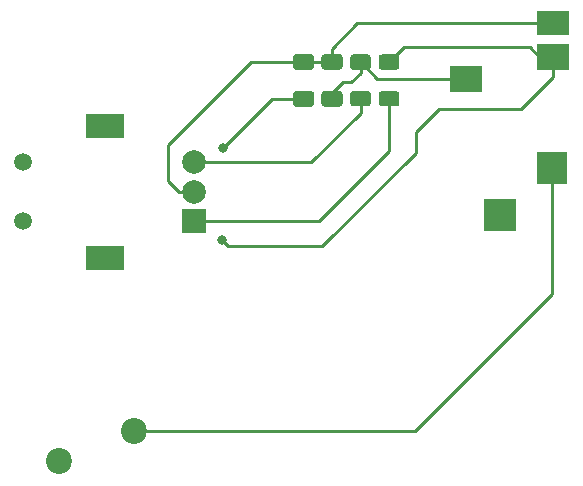
<source format=gbl>
G04 #@! TF.GenerationSoftware,KiCad,Pcbnew,(5.1.7)-1*
G04 #@! TF.CreationDate,2021-04-25T15:55:36-07:00*
G04 #@! TF.ProjectId,daughter_board,64617567-6874-4657-925f-626f6172642e,rev?*
G04 #@! TF.SameCoordinates,Original*
G04 #@! TF.FileFunction,Copper,L2,Bot*
G04 #@! TF.FilePolarity,Positive*
%FSLAX46Y46*%
G04 Gerber Fmt 4.6, Leading zero omitted, Abs format (unit mm)*
G04 Created by KiCad (PCBNEW (5.1.7)-1) date 2021-04-25 15:55:36*
%MOMM*%
%LPD*%
G01*
G04 APERTURE LIST*
G04 #@! TA.AperFunction,ComponentPad*
%ADD10C,2.200000*%
G04 #@! TD*
G04 #@! TA.AperFunction,ComponentPad*
%ADD11C,1.500000*%
G04 #@! TD*
G04 #@! TA.AperFunction,ComponentPad*
%ADD12R,3.200000X2.000000*%
G04 #@! TD*
G04 #@! TA.AperFunction,ComponentPad*
%ADD13C,2.000000*%
G04 #@! TD*
G04 #@! TA.AperFunction,ComponentPad*
%ADD14R,2.000000X2.000000*%
G04 #@! TD*
G04 #@! TA.AperFunction,SMDPad,CuDef*
%ADD15R,2.800000X2.000000*%
G04 #@! TD*
G04 #@! TA.AperFunction,SMDPad,CuDef*
%ADD16R,2.600000X2.800000*%
G04 #@! TD*
G04 #@! TA.AperFunction,SMDPad,CuDef*
%ADD17R,2.800000X2.200000*%
G04 #@! TD*
G04 #@! TA.AperFunction,SMDPad,CuDef*
%ADD18R,2.800000X2.800000*%
G04 #@! TD*
G04 #@! TA.AperFunction,ViaPad*
%ADD19C,0.800000*%
G04 #@! TD*
G04 #@! TA.AperFunction,Conductor*
%ADD20C,0.250000*%
G04 #@! TD*
G04 APERTURE END LIST*
G04 #@! TA.AperFunction,SMDPad,CuDef*
G36*
G01*
X161051003Y-75377000D02*
X159750997Y-75377000D01*
G75*
G02*
X159501000Y-75127003I0J249997D01*
G01*
X159501000Y-74301997D01*
G75*
G02*
X159750997Y-74052000I249997J0D01*
G01*
X161051003Y-74052000D01*
G75*
G02*
X161301000Y-74301997I0J-249997D01*
G01*
X161301000Y-75127003D01*
G75*
G02*
X161051003Y-75377000I-249997J0D01*
G01*
G37*
G04 #@! TD.AperFunction*
G04 #@! TA.AperFunction,SMDPad,CuDef*
G36*
G01*
X161051003Y-72252000D02*
X159750997Y-72252000D01*
G75*
G02*
X159501000Y-72002003I0J249997D01*
G01*
X159501000Y-71176997D01*
G75*
G02*
X159750997Y-70927000I249997J0D01*
G01*
X161051003Y-70927000D01*
G75*
G02*
X161301000Y-71176997I0J-249997D01*
G01*
X161301000Y-72002003D01*
G75*
G02*
X161051003Y-72252000I-249997J0D01*
G01*
G37*
G04 #@! TD.AperFunction*
G04 #@! TA.AperFunction,SMDPad,CuDef*
G36*
G01*
X163464003Y-72252000D02*
X162163997Y-72252000D01*
G75*
G02*
X161914000Y-72002003I0J249997D01*
G01*
X161914000Y-71176997D01*
G75*
G02*
X162163997Y-70927000I249997J0D01*
G01*
X163464003Y-70927000D01*
G75*
G02*
X163714000Y-71176997I0J-249997D01*
G01*
X163714000Y-72002003D01*
G75*
G02*
X163464003Y-72252000I-249997J0D01*
G01*
G37*
G04 #@! TD.AperFunction*
G04 #@! TA.AperFunction,SMDPad,CuDef*
G36*
G01*
X163464003Y-75377000D02*
X162163997Y-75377000D01*
G75*
G02*
X161914000Y-75127003I0J249997D01*
G01*
X161914000Y-74301997D01*
G75*
G02*
X162163997Y-74052000I249997J0D01*
G01*
X163464003Y-74052000D01*
G75*
G02*
X163714000Y-74301997I0J-249997D01*
G01*
X163714000Y-75127003D01*
G75*
G02*
X163464003Y-75377000I-249997J0D01*
G01*
G37*
G04 #@! TD.AperFunction*
G04 #@! TA.AperFunction,SMDPad,CuDef*
G36*
G01*
X168265001Y-75352000D02*
X167014999Y-75352000D01*
G75*
G02*
X166765000Y-75102001I0J249999D01*
G01*
X166765000Y-74301999D01*
G75*
G02*
X167014999Y-74052000I249999J0D01*
G01*
X168265001Y-74052000D01*
G75*
G02*
X168515000Y-74301999I0J-249999D01*
G01*
X168515000Y-75102001D01*
G75*
G02*
X168265001Y-75352000I-249999J0D01*
G01*
G37*
G04 #@! TD.AperFunction*
G04 #@! TA.AperFunction,SMDPad,CuDef*
G36*
G01*
X168265001Y-72252000D02*
X167014999Y-72252000D01*
G75*
G02*
X166765000Y-72002001I0J249999D01*
G01*
X166765000Y-71201999D01*
G75*
G02*
X167014999Y-70952000I249999J0D01*
G01*
X168265001Y-70952000D01*
G75*
G02*
X168515000Y-71201999I0J-249999D01*
G01*
X168515000Y-72002001D01*
G75*
G02*
X168265001Y-72252000I-249999J0D01*
G01*
G37*
G04 #@! TD.AperFunction*
G04 #@! TA.AperFunction,SMDPad,CuDef*
G36*
G01*
X165852001Y-72252000D02*
X164601999Y-72252000D01*
G75*
G02*
X164352000Y-72002001I0J249999D01*
G01*
X164352000Y-71201999D01*
G75*
G02*
X164601999Y-70952000I249999J0D01*
G01*
X165852001Y-70952000D01*
G75*
G02*
X166102000Y-71201999I0J-249999D01*
G01*
X166102000Y-72002001D01*
G75*
G02*
X165852001Y-72252000I-249999J0D01*
G01*
G37*
G04 #@! TD.AperFunction*
G04 #@! TA.AperFunction,SMDPad,CuDef*
G36*
G01*
X165852001Y-75352000D02*
X164601999Y-75352000D01*
G75*
G02*
X164352000Y-75102001I0J249999D01*
G01*
X164352000Y-74301999D01*
G75*
G02*
X164601999Y-74052000I249999J0D01*
G01*
X165852001Y-74052000D01*
G75*
G02*
X166102000Y-74301999I0J-249999D01*
G01*
X166102000Y-75102001D01*
G75*
G02*
X165852001Y-75352000I-249999J0D01*
G01*
G37*
G04 #@! TD.AperFunction*
D10*
X146050000Y-102870000D03*
X139700000Y-105410000D03*
D11*
X136630000Y-80090000D03*
X136630000Y-85090000D03*
D12*
X143630000Y-76990000D03*
X143630000Y-88190000D03*
D13*
X151130000Y-80090000D03*
X151130000Y-82590000D03*
D14*
X151130000Y-85090000D03*
D15*
X181525400Y-68326100D03*
D16*
X181425400Y-80526100D03*
D17*
X174125400Y-73026100D03*
X181525400Y-71126100D03*
D18*
X177075400Y-84526100D03*
D19*
X153466800Y-86639400D03*
X153555700Y-78892400D03*
D20*
X181525400Y-71126100D02*
X180371500Y-71126100D01*
X180371500Y-71126100D02*
X179603400Y-70358000D01*
X168884000Y-70358000D02*
X167640000Y-71602000D01*
X179603400Y-70358000D02*
X168884000Y-70358000D01*
X160401000Y-74714500D02*
X160401000Y-74968100D01*
X181525400Y-71126100D02*
X181525400Y-72411100D01*
X181525400Y-72411100D02*
X181525400Y-72893700D01*
X181525400Y-72893700D02*
X178841400Y-75577700D01*
X178841400Y-75577700D02*
X171856400Y-75577700D01*
X171856400Y-75577700D02*
X169887900Y-77546200D01*
X169887900Y-77546200D02*
X169887900Y-79260700D01*
X169887900Y-79260700D02*
X161975800Y-87172800D01*
X154000200Y-87172800D02*
X153466800Y-86639400D01*
X161975800Y-87172800D02*
X154000200Y-87172800D01*
X157733600Y-74714500D02*
X160401000Y-74714500D01*
X153555700Y-78892400D02*
X157733600Y-74714500D01*
X160401000Y-71589500D02*
X162814000Y-71589500D01*
X160401000Y-71589500D02*
X155918300Y-71589500D01*
X155918300Y-71589500D02*
X148907500Y-78600300D01*
X148907500Y-78600300D02*
X148907500Y-81661000D01*
X149836500Y-82590000D02*
X151130000Y-82590000D01*
X148907500Y-81661000D02*
X149836500Y-82590000D01*
X181525400Y-68326100D02*
X164960200Y-68326100D01*
X162814000Y-70472300D02*
X162814000Y-71589500D01*
X164960200Y-68326100D02*
X162814000Y-70472300D01*
X162814000Y-74714500D02*
X162814000Y-74206100D01*
X162814000Y-74206100D02*
X163703000Y-73317100D01*
X163703000Y-73317100D02*
X164439600Y-73317100D01*
X165227000Y-72529700D02*
X165227000Y-71602000D01*
X164439600Y-73317100D02*
X165227000Y-72529700D01*
X166651100Y-73026100D02*
X165227000Y-71602000D01*
X174125400Y-73026100D02*
X166651100Y-73026100D01*
X151130000Y-85090000D02*
X161696400Y-85090000D01*
X167640000Y-79146400D02*
X167640000Y-74702000D01*
X161696400Y-85090000D02*
X167640000Y-79146400D01*
X165227000Y-74702000D02*
X165227000Y-75895200D01*
X161032200Y-80090000D02*
X151130000Y-80090000D01*
X165227000Y-75895200D02*
X161032200Y-80090000D01*
X181425400Y-91269000D02*
X181425400Y-80526100D01*
X169824400Y-102870000D02*
X181425400Y-91269000D01*
X146050000Y-102870000D02*
X169824400Y-102870000D01*
M02*

</source>
